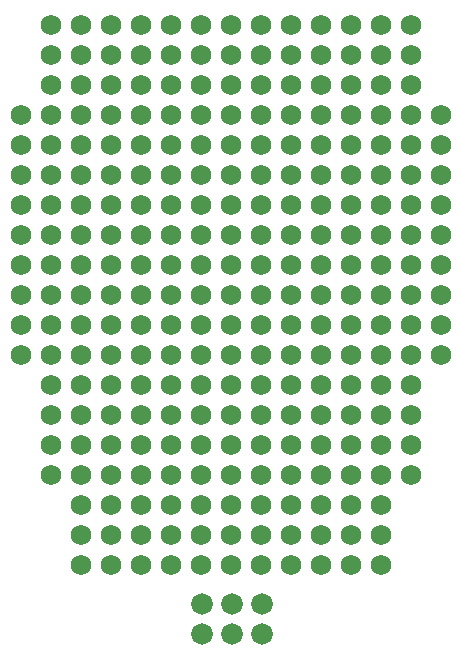
<source format=gts>
G04*
G04 #@! TF.GenerationSoftware,Altium Limited,CircuitStudio,1.5.2 (30)*
G04*
G04 Layer_Color=16750848*
%FSLAX25Y25*%
%MOIN*%
G70*
G01*
G75*
%ADD19C,0.06800*%
%ADD20C,0.07200*%
D19*
X775000Y650000D02*
D03*
Y660000D02*
D03*
Y670000D02*
D03*
Y680000D02*
D03*
Y690000D02*
D03*
Y700000D02*
D03*
Y710000D02*
D03*
Y720000D02*
D03*
Y730000D02*
D03*
Y740000D02*
D03*
Y750000D02*
D03*
Y760000D02*
D03*
Y770000D02*
D03*
Y780000D02*
D03*
Y790000D02*
D03*
Y800000D02*
D03*
Y810000D02*
D03*
Y820000D02*
D03*
Y830000D02*
D03*
X765000D02*
D03*
Y820000D02*
D03*
Y810000D02*
D03*
Y800000D02*
D03*
Y790000D02*
D03*
Y780000D02*
D03*
Y770000D02*
D03*
Y760000D02*
D03*
Y750000D02*
D03*
Y740000D02*
D03*
Y730000D02*
D03*
Y720000D02*
D03*
Y710000D02*
D03*
Y700000D02*
D03*
Y690000D02*
D03*
Y680000D02*
D03*
Y670000D02*
D03*
Y660000D02*
D03*
Y650000D02*
D03*
X755000Y830000D02*
D03*
Y820000D02*
D03*
Y810000D02*
D03*
Y800000D02*
D03*
Y790000D02*
D03*
Y780000D02*
D03*
Y770000D02*
D03*
Y760000D02*
D03*
Y750000D02*
D03*
Y740000D02*
D03*
Y730000D02*
D03*
Y720000D02*
D03*
Y710000D02*
D03*
Y700000D02*
D03*
Y690000D02*
D03*
Y680000D02*
D03*
Y670000D02*
D03*
Y660000D02*
D03*
Y650000D02*
D03*
X745000Y830000D02*
D03*
Y820000D02*
D03*
Y810000D02*
D03*
Y800000D02*
D03*
Y790000D02*
D03*
Y780000D02*
D03*
Y770000D02*
D03*
Y760000D02*
D03*
Y750000D02*
D03*
Y740000D02*
D03*
Y730000D02*
D03*
Y720000D02*
D03*
Y710000D02*
D03*
Y700000D02*
D03*
Y690000D02*
D03*
Y680000D02*
D03*
Y670000D02*
D03*
Y660000D02*
D03*
Y650000D02*
D03*
X735000Y830000D02*
D03*
Y820000D02*
D03*
Y810000D02*
D03*
Y800000D02*
D03*
Y790000D02*
D03*
Y780000D02*
D03*
Y770000D02*
D03*
Y760000D02*
D03*
Y750000D02*
D03*
Y740000D02*
D03*
Y730000D02*
D03*
Y720000D02*
D03*
Y710000D02*
D03*
Y700000D02*
D03*
Y690000D02*
D03*
Y680000D02*
D03*
Y670000D02*
D03*
Y660000D02*
D03*
Y650000D02*
D03*
X725000Y830000D02*
D03*
Y820000D02*
D03*
Y810000D02*
D03*
Y800000D02*
D03*
Y790000D02*
D03*
Y780000D02*
D03*
Y770000D02*
D03*
Y760000D02*
D03*
Y750000D02*
D03*
Y740000D02*
D03*
Y730000D02*
D03*
Y720000D02*
D03*
Y710000D02*
D03*
Y700000D02*
D03*
Y690000D02*
D03*
Y680000D02*
D03*
Y670000D02*
D03*
Y660000D02*
D03*
Y650000D02*
D03*
X715000Y830000D02*
D03*
Y820000D02*
D03*
Y810000D02*
D03*
Y800000D02*
D03*
Y790000D02*
D03*
Y780000D02*
D03*
Y770000D02*
D03*
Y760000D02*
D03*
Y750000D02*
D03*
Y740000D02*
D03*
Y730000D02*
D03*
Y720000D02*
D03*
Y710000D02*
D03*
Y700000D02*
D03*
Y690000D02*
D03*
Y680000D02*
D03*
X705000Y780000D02*
D03*
Y770000D02*
D03*
Y760000D02*
D03*
Y750000D02*
D03*
Y740000D02*
D03*
Y730000D02*
D03*
Y790000D02*
D03*
X785000Y650000D02*
D03*
Y660000D02*
D03*
Y670000D02*
D03*
Y680000D02*
D03*
Y690000D02*
D03*
Y700000D02*
D03*
Y710000D02*
D03*
Y720000D02*
D03*
Y730000D02*
D03*
Y740000D02*
D03*
Y750000D02*
D03*
Y760000D02*
D03*
Y770000D02*
D03*
Y780000D02*
D03*
Y790000D02*
D03*
Y800000D02*
D03*
Y810000D02*
D03*
Y820000D02*
D03*
Y830000D02*
D03*
X795000Y650000D02*
D03*
Y660000D02*
D03*
Y670000D02*
D03*
Y680000D02*
D03*
Y690000D02*
D03*
Y700000D02*
D03*
Y710000D02*
D03*
Y720000D02*
D03*
Y730000D02*
D03*
Y740000D02*
D03*
Y750000D02*
D03*
Y760000D02*
D03*
Y770000D02*
D03*
Y780000D02*
D03*
Y790000D02*
D03*
Y800000D02*
D03*
Y810000D02*
D03*
Y820000D02*
D03*
Y830000D02*
D03*
X805000Y650000D02*
D03*
Y660000D02*
D03*
Y670000D02*
D03*
Y680000D02*
D03*
Y690000D02*
D03*
Y700000D02*
D03*
Y710000D02*
D03*
Y720000D02*
D03*
Y730000D02*
D03*
Y740000D02*
D03*
Y750000D02*
D03*
Y760000D02*
D03*
Y770000D02*
D03*
Y780000D02*
D03*
Y790000D02*
D03*
Y800000D02*
D03*
Y810000D02*
D03*
Y820000D02*
D03*
Y830000D02*
D03*
X815000Y650000D02*
D03*
Y660000D02*
D03*
Y670000D02*
D03*
Y680000D02*
D03*
Y690000D02*
D03*
Y700000D02*
D03*
Y710000D02*
D03*
Y720000D02*
D03*
Y730000D02*
D03*
Y740000D02*
D03*
Y750000D02*
D03*
Y760000D02*
D03*
Y770000D02*
D03*
Y780000D02*
D03*
Y790000D02*
D03*
Y800000D02*
D03*
Y810000D02*
D03*
Y820000D02*
D03*
Y830000D02*
D03*
X825000Y650000D02*
D03*
Y660000D02*
D03*
Y670000D02*
D03*
Y680000D02*
D03*
Y690000D02*
D03*
Y700000D02*
D03*
Y710000D02*
D03*
Y720000D02*
D03*
Y730000D02*
D03*
Y740000D02*
D03*
Y750000D02*
D03*
Y760000D02*
D03*
Y770000D02*
D03*
Y780000D02*
D03*
Y790000D02*
D03*
Y800000D02*
D03*
Y810000D02*
D03*
Y820000D02*
D03*
Y830000D02*
D03*
X835000D02*
D03*
Y820000D02*
D03*
Y810000D02*
D03*
Y800000D02*
D03*
Y790000D02*
D03*
Y780000D02*
D03*
Y770000D02*
D03*
Y760000D02*
D03*
Y750000D02*
D03*
Y740000D02*
D03*
Y730000D02*
D03*
Y720000D02*
D03*
Y710000D02*
D03*
Y700000D02*
D03*
Y690000D02*
D03*
Y680000D02*
D03*
X845000Y790000D02*
D03*
Y730000D02*
D03*
Y740000D02*
D03*
Y750000D02*
D03*
Y760000D02*
D03*
Y770000D02*
D03*
Y780000D02*
D03*
Y800000D02*
D03*
Y720000D02*
D03*
X705000D02*
D03*
Y800000D02*
D03*
D20*
X765100Y637000D02*
D03*
Y627000D02*
D03*
X775100D02*
D03*
X785100D02*
D03*
Y637000D02*
D03*
X775100D02*
D03*
M02*

</source>
